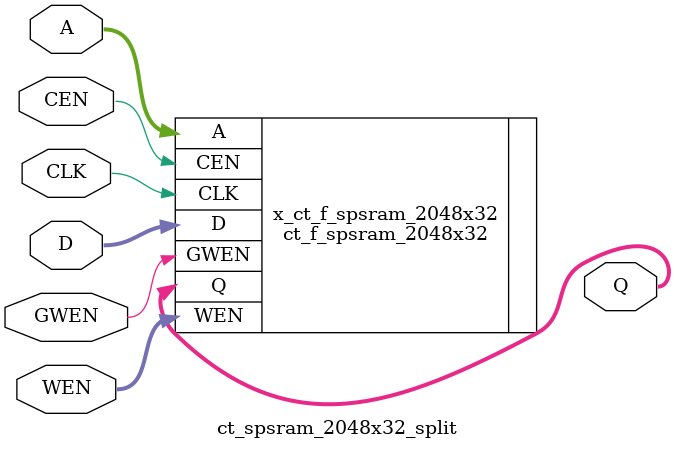
<source format=v>
/*Copyright 2019-2021 T-Head Semiconductor Co., Ltd.

Licensed under the Apache License, Version 2.0 (the "License");
you may not use this file except in compliance with the License.
You may obtain a copy of the License at

    http://www.apache.org/licenses/LICENSE-2.0

Unless required by applicable law or agreed to in writing, software
distributed under the License is distributed on an "AS IS" BASIS,
WITHOUT WARRANTIES OR CONDITIONS OF ANY KIND, either express or implied.
See the License for the specific language governing permissions and
limitations under the License.
*/

// &ModuleBeg; @22
module ct_spsram_2048x32_split(
  A,
  CEN,
  CLK,
  D,
  GWEN,
  Q,
  WEN
);

// &Ports; @23
input   [10:0]  A;
input           CEN;
input           CLK;
input   [31:0]  D;
input           GWEN;
input   [31:0]  WEN;
output  [31:0]  Q;

// &Regs; @24

// &Wires; @25
wire    [10:0]  A;
wire            CEN;
wire            CLK;
wire    [31:0]  D;
wire            GWEN;
wire    [31:0]  Q;
wire    [31:0]  WEN;


//**********************************************************
//                  Parameter Definition
//**********************************************************
parameter ADDR_WIDTH = 11;
parameter DATA_WIDTH = 32;
parameter WE_WIDTH   = 32;

// &Force("bus","Q",DATA_WIDTH-1,0); @34
// &Force("bus","WEN",WE_WIDTH-1,0); @35
// &Force("bus","A",ADDR_WIDTH-1,0); @36
// &Force("bus","D",DATA_WIDTH-1,0); @37

  //********************************************************
  //*                        FPGA memory                   *
  //********************************************************
  //{WEN[31:24],WEN[23:16],WEN[15:8],WEN[7:0]}
//   &Instance("ct_f_spsram_2048x32"); @44
ct_f_spsram_2048x32  x_ct_f_spsram_2048x32 (
  .A    (A   ),
  .CEN  (CEN ),
  .CLK  (CLK ),
  .D    (D   ),
  .GWEN (GWEN),
  .Q    (Q   ),
  .WEN  (WEN )
);

//   &Instance("ct_tsmc_spsram_2048x32_split"); @50

// &ModuleEnd; @66
endmodule



</source>
